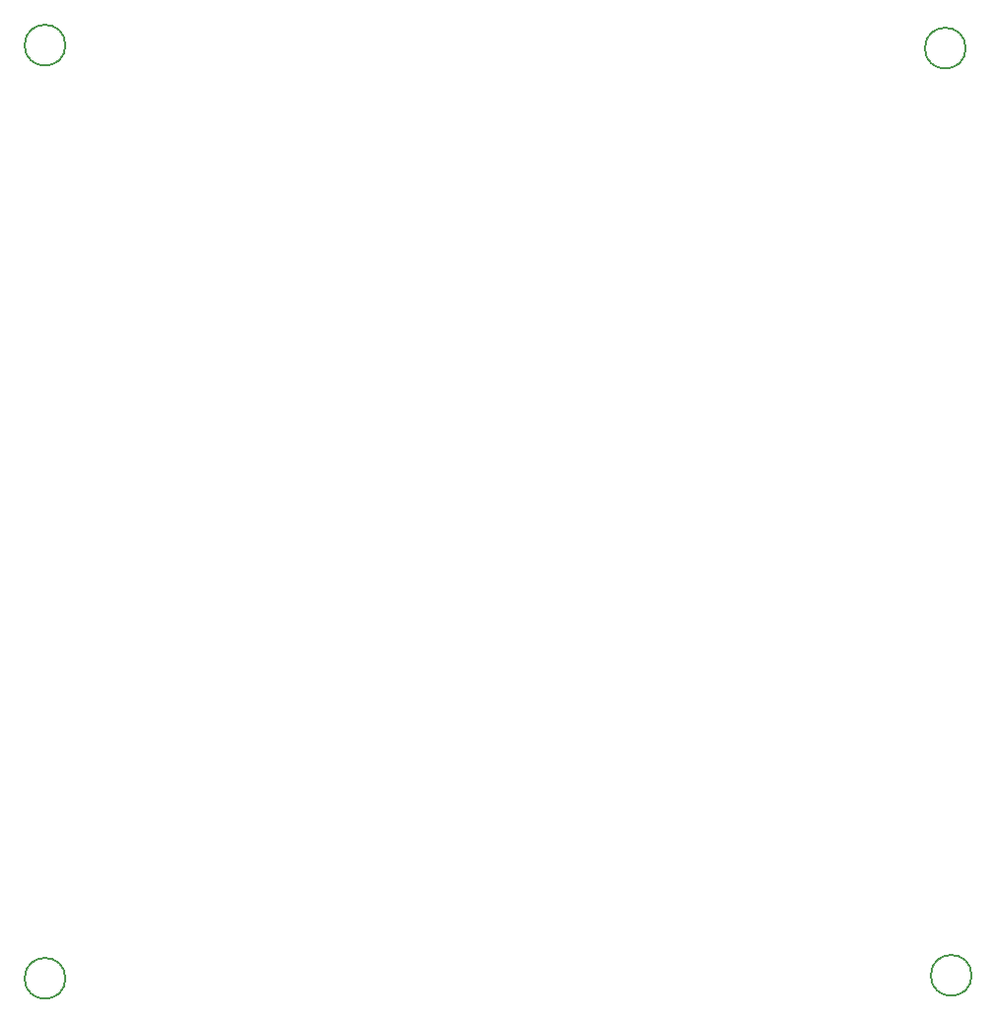
<source format=gbr>
%TF.GenerationSoftware,KiCad,Pcbnew,7.0.6-0*%
%TF.CreationDate,2024-06-08T16:42:38-07:00*%
%TF.ProjectId,pc64,70633634-2e6b-4696-9361-645f70636258,rev?*%
%TF.SameCoordinates,Original*%
%TF.FileFunction,Other,Comment*%
%FSLAX46Y46*%
G04 Gerber Fmt 4.6, Leading zero omitted, Abs format (unit mm)*
G04 Created by KiCad (PCBNEW 7.0.6-0) date 2024-06-08 16:42:38*
%MOMM*%
%LPD*%
G01*
G04 APERTURE LIST*
%ADD10C,0.150000*%
G04 APERTURE END LIST*
D10*
%TO.C,H1*%
X64996000Y-124841000D02*
G75*
G03*
X64996000Y-124841000I-1750000J0D01*
G01*
%TO.C,H2*%
X64996000Y-44831000D02*
G75*
G03*
X64996000Y-44831000I-1750000J0D01*
G01*
%TO.C,H4*%
X142720000Y-124587000D02*
G75*
G03*
X142720000Y-124587000I-1750000J0D01*
G01*
%TO.C,H3*%
X142212000Y-45085000D02*
G75*
G03*
X142212000Y-45085000I-1750000J0D01*
G01*
%TD*%
M02*

</source>
